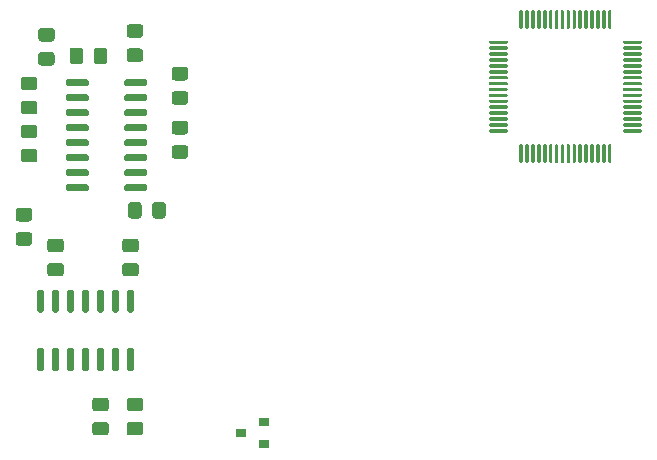
<source format=gbr>
G04 #@! TF.GenerationSoftware,KiCad,Pcbnew,5.1.6-c6e7f7d~87~ubuntu18.04.1*
G04 #@! TF.CreationDate,2020-08-09T22:57:09+01:00*
G04 #@! TF.ProjectId,ServerPSU_Breakout,53657276-6572-4505-9355-5f427265616b,B*
G04 #@! TF.SameCoordinates,Original*
G04 #@! TF.FileFunction,Paste,Bot*
G04 #@! TF.FilePolarity,Positive*
%FSLAX46Y46*%
G04 Gerber Fmt 4.6, Leading zero omitted, Abs format (unit mm)*
G04 Created by KiCad (PCBNEW 5.1.6-c6e7f7d~87~ubuntu18.04.1) date 2020-08-09 22:57:09*
%MOMM*%
%LPD*%
G01*
G04 APERTURE LIST*
%ADD10R,0.900000X0.800000*%
G04 APERTURE END LIST*
G36*
G01*
X127150000Y-93432500D02*
X126850000Y-93432500D01*
G75*
G02*
X126700000Y-93282500I0J150000D01*
G01*
X126700000Y-91632500D01*
G75*
G02*
X126850000Y-91482500I150000J0D01*
G01*
X127150000Y-91482500D01*
G75*
G02*
X127300000Y-91632500I0J-150000D01*
G01*
X127300000Y-93282500D01*
G75*
G02*
X127150000Y-93432500I-150000J0D01*
G01*
G37*
G36*
G01*
X125880000Y-93432500D02*
X125580000Y-93432500D01*
G75*
G02*
X125430000Y-93282500I0J150000D01*
G01*
X125430000Y-91632500D01*
G75*
G02*
X125580000Y-91482500I150000J0D01*
G01*
X125880000Y-91482500D01*
G75*
G02*
X126030000Y-91632500I0J-150000D01*
G01*
X126030000Y-93282500D01*
G75*
G02*
X125880000Y-93432500I-150000J0D01*
G01*
G37*
G36*
G01*
X124610000Y-93432500D02*
X124310000Y-93432500D01*
G75*
G02*
X124160000Y-93282500I0J150000D01*
G01*
X124160000Y-91632500D01*
G75*
G02*
X124310000Y-91482500I150000J0D01*
G01*
X124610000Y-91482500D01*
G75*
G02*
X124760000Y-91632500I0J-150000D01*
G01*
X124760000Y-93282500D01*
G75*
G02*
X124610000Y-93432500I-150000J0D01*
G01*
G37*
G36*
G01*
X123340000Y-93432500D02*
X123040000Y-93432500D01*
G75*
G02*
X122890000Y-93282500I0J150000D01*
G01*
X122890000Y-91632500D01*
G75*
G02*
X123040000Y-91482500I150000J0D01*
G01*
X123340000Y-91482500D01*
G75*
G02*
X123490000Y-91632500I0J-150000D01*
G01*
X123490000Y-93282500D01*
G75*
G02*
X123340000Y-93432500I-150000J0D01*
G01*
G37*
G36*
G01*
X122070000Y-93432500D02*
X121770000Y-93432500D01*
G75*
G02*
X121620000Y-93282500I0J150000D01*
G01*
X121620000Y-91632500D01*
G75*
G02*
X121770000Y-91482500I150000J0D01*
G01*
X122070000Y-91482500D01*
G75*
G02*
X122220000Y-91632500I0J-150000D01*
G01*
X122220000Y-93282500D01*
G75*
G02*
X122070000Y-93432500I-150000J0D01*
G01*
G37*
G36*
G01*
X120800000Y-93432500D02*
X120500000Y-93432500D01*
G75*
G02*
X120350000Y-93282500I0J150000D01*
G01*
X120350000Y-91632500D01*
G75*
G02*
X120500000Y-91482500I150000J0D01*
G01*
X120800000Y-91482500D01*
G75*
G02*
X120950000Y-91632500I0J-150000D01*
G01*
X120950000Y-93282500D01*
G75*
G02*
X120800000Y-93432500I-150000J0D01*
G01*
G37*
G36*
G01*
X119530000Y-93432500D02*
X119230000Y-93432500D01*
G75*
G02*
X119080000Y-93282500I0J150000D01*
G01*
X119080000Y-91632500D01*
G75*
G02*
X119230000Y-91482500I150000J0D01*
G01*
X119530000Y-91482500D01*
G75*
G02*
X119680000Y-91632500I0J-150000D01*
G01*
X119680000Y-93282500D01*
G75*
G02*
X119530000Y-93432500I-150000J0D01*
G01*
G37*
G36*
G01*
X119530000Y-98382500D02*
X119230000Y-98382500D01*
G75*
G02*
X119080000Y-98232500I0J150000D01*
G01*
X119080000Y-96582500D01*
G75*
G02*
X119230000Y-96432500I150000J0D01*
G01*
X119530000Y-96432500D01*
G75*
G02*
X119680000Y-96582500I0J-150000D01*
G01*
X119680000Y-98232500D01*
G75*
G02*
X119530000Y-98382500I-150000J0D01*
G01*
G37*
G36*
G01*
X120800000Y-98382500D02*
X120500000Y-98382500D01*
G75*
G02*
X120350000Y-98232500I0J150000D01*
G01*
X120350000Y-96582500D01*
G75*
G02*
X120500000Y-96432500I150000J0D01*
G01*
X120800000Y-96432500D01*
G75*
G02*
X120950000Y-96582500I0J-150000D01*
G01*
X120950000Y-98232500D01*
G75*
G02*
X120800000Y-98382500I-150000J0D01*
G01*
G37*
G36*
G01*
X122070000Y-98382500D02*
X121770000Y-98382500D01*
G75*
G02*
X121620000Y-98232500I0J150000D01*
G01*
X121620000Y-96582500D01*
G75*
G02*
X121770000Y-96432500I150000J0D01*
G01*
X122070000Y-96432500D01*
G75*
G02*
X122220000Y-96582500I0J-150000D01*
G01*
X122220000Y-98232500D01*
G75*
G02*
X122070000Y-98382500I-150000J0D01*
G01*
G37*
G36*
G01*
X123340000Y-98382500D02*
X123040000Y-98382500D01*
G75*
G02*
X122890000Y-98232500I0J150000D01*
G01*
X122890000Y-96582500D01*
G75*
G02*
X123040000Y-96432500I150000J0D01*
G01*
X123340000Y-96432500D01*
G75*
G02*
X123490000Y-96582500I0J-150000D01*
G01*
X123490000Y-98232500D01*
G75*
G02*
X123340000Y-98382500I-150000J0D01*
G01*
G37*
G36*
G01*
X124610000Y-98382500D02*
X124310000Y-98382500D01*
G75*
G02*
X124160000Y-98232500I0J150000D01*
G01*
X124160000Y-96582500D01*
G75*
G02*
X124310000Y-96432500I150000J0D01*
G01*
X124610000Y-96432500D01*
G75*
G02*
X124760000Y-96582500I0J-150000D01*
G01*
X124760000Y-98232500D01*
G75*
G02*
X124610000Y-98382500I-150000J0D01*
G01*
G37*
G36*
G01*
X125880000Y-98382500D02*
X125580000Y-98382500D01*
G75*
G02*
X125430000Y-98232500I0J150000D01*
G01*
X125430000Y-96582500D01*
G75*
G02*
X125580000Y-96432500I150000J0D01*
G01*
X125880000Y-96432500D01*
G75*
G02*
X126030000Y-96582500I0J-150000D01*
G01*
X126030000Y-98232500D01*
G75*
G02*
X125880000Y-98382500I-150000J0D01*
G01*
G37*
G36*
G01*
X127150000Y-98382500D02*
X126850000Y-98382500D01*
G75*
G02*
X126700000Y-98232500I0J150000D01*
G01*
X126700000Y-96582500D01*
G75*
G02*
X126850000Y-96432500I150000J0D01*
G01*
X127150000Y-96432500D01*
G75*
G02*
X127300000Y-96582500I0J-150000D01*
G01*
X127300000Y-98232500D01*
G75*
G02*
X127150000Y-98382500I-150000J0D01*
G01*
G37*
G36*
G01*
X127450001Y-88323000D02*
X126549999Y-88323000D01*
G75*
G02*
X126300000Y-88073001I0J249999D01*
G01*
X126300000Y-87422999D01*
G75*
G02*
X126549999Y-87173000I249999J0D01*
G01*
X127450001Y-87173000D01*
G75*
G02*
X127700000Y-87422999I0J-249999D01*
G01*
X127700000Y-88073001D01*
G75*
G02*
X127450001Y-88323000I-249999J0D01*
G01*
G37*
G36*
G01*
X127450001Y-90373000D02*
X126549999Y-90373000D01*
G75*
G02*
X126300000Y-90123001I0J249999D01*
G01*
X126300000Y-89472999D01*
G75*
G02*
X126549999Y-89223000I249999J0D01*
G01*
X127450001Y-89223000D01*
G75*
G02*
X127700000Y-89472999I0J-249999D01*
G01*
X127700000Y-90123001D01*
G75*
G02*
X127450001Y-90373000I-249999J0D01*
G01*
G37*
G36*
G01*
X122994000Y-71241499D02*
X122994000Y-72141501D01*
G75*
G02*
X122744001Y-72391500I-249999J0D01*
G01*
X122093999Y-72391500D01*
G75*
G02*
X121844000Y-72141501I0J249999D01*
G01*
X121844000Y-71241499D01*
G75*
G02*
X122093999Y-70991500I249999J0D01*
G01*
X122744001Y-70991500D01*
G75*
G02*
X122994000Y-71241499I0J-249999D01*
G01*
G37*
G36*
G01*
X125044000Y-71241499D02*
X125044000Y-72141501D01*
G75*
G02*
X124794001Y-72391500I-249999J0D01*
G01*
X124143999Y-72391500D01*
G75*
G02*
X123894000Y-72141501I0J249999D01*
G01*
X123894000Y-71241499D01*
G75*
G02*
X124143999Y-70991500I249999J0D01*
G01*
X124794001Y-70991500D01*
G75*
G02*
X125044000Y-71241499I0J-249999D01*
G01*
G37*
G36*
G01*
X123468000Y-73827500D02*
X123468000Y-74127500D01*
G75*
G02*
X123318000Y-74277500I-150000J0D01*
G01*
X121668000Y-74277500D01*
G75*
G02*
X121518000Y-74127500I0J150000D01*
G01*
X121518000Y-73827500D01*
G75*
G02*
X121668000Y-73677500I150000J0D01*
G01*
X123318000Y-73677500D01*
G75*
G02*
X123468000Y-73827500I0J-150000D01*
G01*
G37*
G36*
G01*
X123468000Y-75097500D02*
X123468000Y-75397500D01*
G75*
G02*
X123318000Y-75547500I-150000J0D01*
G01*
X121668000Y-75547500D01*
G75*
G02*
X121518000Y-75397500I0J150000D01*
G01*
X121518000Y-75097500D01*
G75*
G02*
X121668000Y-74947500I150000J0D01*
G01*
X123318000Y-74947500D01*
G75*
G02*
X123468000Y-75097500I0J-150000D01*
G01*
G37*
G36*
G01*
X123468000Y-76367500D02*
X123468000Y-76667500D01*
G75*
G02*
X123318000Y-76817500I-150000J0D01*
G01*
X121668000Y-76817500D01*
G75*
G02*
X121518000Y-76667500I0J150000D01*
G01*
X121518000Y-76367500D01*
G75*
G02*
X121668000Y-76217500I150000J0D01*
G01*
X123318000Y-76217500D01*
G75*
G02*
X123468000Y-76367500I0J-150000D01*
G01*
G37*
G36*
G01*
X123468000Y-77637500D02*
X123468000Y-77937500D01*
G75*
G02*
X123318000Y-78087500I-150000J0D01*
G01*
X121668000Y-78087500D01*
G75*
G02*
X121518000Y-77937500I0J150000D01*
G01*
X121518000Y-77637500D01*
G75*
G02*
X121668000Y-77487500I150000J0D01*
G01*
X123318000Y-77487500D01*
G75*
G02*
X123468000Y-77637500I0J-150000D01*
G01*
G37*
G36*
G01*
X123468000Y-78907500D02*
X123468000Y-79207500D01*
G75*
G02*
X123318000Y-79357500I-150000J0D01*
G01*
X121668000Y-79357500D01*
G75*
G02*
X121518000Y-79207500I0J150000D01*
G01*
X121518000Y-78907500D01*
G75*
G02*
X121668000Y-78757500I150000J0D01*
G01*
X123318000Y-78757500D01*
G75*
G02*
X123468000Y-78907500I0J-150000D01*
G01*
G37*
G36*
G01*
X123468000Y-80177500D02*
X123468000Y-80477500D01*
G75*
G02*
X123318000Y-80627500I-150000J0D01*
G01*
X121668000Y-80627500D01*
G75*
G02*
X121518000Y-80477500I0J150000D01*
G01*
X121518000Y-80177500D01*
G75*
G02*
X121668000Y-80027500I150000J0D01*
G01*
X123318000Y-80027500D01*
G75*
G02*
X123468000Y-80177500I0J-150000D01*
G01*
G37*
G36*
G01*
X123468000Y-81447500D02*
X123468000Y-81747500D01*
G75*
G02*
X123318000Y-81897500I-150000J0D01*
G01*
X121668000Y-81897500D01*
G75*
G02*
X121518000Y-81747500I0J150000D01*
G01*
X121518000Y-81447500D01*
G75*
G02*
X121668000Y-81297500I150000J0D01*
G01*
X123318000Y-81297500D01*
G75*
G02*
X123468000Y-81447500I0J-150000D01*
G01*
G37*
G36*
G01*
X123468000Y-82717500D02*
X123468000Y-83017500D01*
G75*
G02*
X123318000Y-83167500I-150000J0D01*
G01*
X121668000Y-83167500D01*
G75*
G02*
X121518000Y-83017500I0J150000D01*
G01*
X121518000Y-82717500D01*
G75*
G02*
X121668000Y-82567500I150000J0D01*
G01*
X123318000Y-82567500D01*
G75*
G02*
X123468000Y-82717500I0J-150000D01*
G01*
G37*
G36*
G01*
X128418000Y-82717500D02*
X128418000Y-83017500D01*
G75*
G02*
X128268000Y-83167500I-150000J0D01*
G01*
X126618000Y-83167500D01*
G75*
G02*
X126468000Y-83017500I0J150000D01*
G01*
X126468000Y-82717500D01*
G75*
G02*
X126618000Y-82567500I150000J0D01*
G01*
X128268000Y-82567500D01*
G75*
G02*
X128418000Y-82717500I0J-150000D01*
G01*
G37*
G36*
G01*
X128418000Y-81447500D02*
X128418000Y-81747500D01*
G75*
G02*
X128268000Y-81897500I-150000J0D01*
G01*
X126618000Y-81897500D01*
G75*
G02*
X126468000Y-81747500I0J150000D01*
G01*
X126468000Y-81447500D01*
G75*
G02*
X126618000Y-81297500I150000J0D01*
G01*
X128268000Y-81297500D01*
G75*
G02*
X128418000Y-81447500I0J-150000D01*
G01*
G37*
G36*
G01*
X128418000Y-80177500D02*
X128418000Y-80477500D01*
G75*
G02*
X128268000Y-80627500I-150000J0D01*
G01*
X126618000Y-80627500D01*
G75*
G02*
X126468000Y-80477500I0J150000D01*
G01*
X126468000Y-80177500D01*
G75*
G02*
X126618000Y-80027500I150000J0D01*
G01*
X128268000Y-80027500D01*
G75*
G02*
X128418000Y-80177500I0J-150000D01*
G01*
G37*
G36*
G01*
X128418000Y-78907500D02*
X128418000Y-79207500D01*
G75*
G02*
X128268000Y-79357500I-150000J0D01*
G01*
X126618000Y-79357500D01*
G75*
G02*
X126468000Y-79207500I0J150000D01*
G01*
X126468000Y-78907500D01*
G75*
G02*
X126618000Y-78757500I150000J0D01*
G01*
X128268000Y-78757500D01*
G75*
G02*
X128418000Y-78907500I0J-150000D01*
G01*
G37*
G36*
G01*
X128418000Y-77637500D02*
X128418000Y-77937500D01*
G75*
G02*
X128268000Y-78087500I-150000J0D01*
G01*
X126618000Y-78087500D01*
G75*
G02*
X126468000Y-77937500I0J150000D01*
G01*
X126468000Y-77637500D01*
G75*
G02*
X126618000Y-77487500I150000J0D01*
G01*
X128268000Y-77487500D01*
G75*
G02*
X128418000Y-77637500I0J-150000D01*
G01*
G37*
G36*
G01*
X128418000Y-76367500D02*
X128418000Y-76667500D01*
G75*
G02*
X128268000Y-76817500I-150000J0D01*
G01*
X126618000Y-76817500D01*
G75*
G02*
X126468000Y-76667500I0J150000D01*
G01*
X126468000Y-76367500D01*
G75*
G02*
X126618000Y-76217500I150000J0D01*
G01*
X128268000Y-76217500D01*
G75*
G02*
X128418000Y-76367500I0J-150000D01*
G01*
G37*
G36*
G01*
X128418000Y-75097500D02*
X128418000Y-75397500D01*
G75*
G02*
X128268000Y-75547500I-150000J0D01*
G01*
X126618000Y-75547500D01*
G75*
G02*
X126468000Y-75397500I0J150000D01*
G01*
X126468000Y-75097500D01*
G75*
G02*
X126618000Y-74947500I150000J0D01*
G01*
X128268000Y-74947500D01*
G75*
G02*
X128418000Y-75097500I0J-150000D01*
G01*
G37*
G36*
G01*
X128418000Y-73827500D02*
X128418000Y-74127500D01*
G75*
G02*
X128268000Y-74277500I-150000J0D01*
G01*
X126618000Y-74277500D01*
G75*
G02*
X126468000Y-74127500I0J150000D01*
G01*
X126468000Y-73827500D01*
G75*
G02*
X126618000Y-73677500I150000J0D01*
G01*
X128268000Y-73677500D01*
G75*
G02*
X128418000Y-73827500I0J-150000D01*
G01*
G37*
G36*
G01*
X130740999Y-79253500D02*
X131641001Y-79253500D01*
G75*
G02*
X131891000Y-79503499I0J-249999D01*
G01*
X131891000Y-80153501D01*
G75*
G02*
X131641001Y-80403500I-249999J0D01*
G01*
X130740999Y-80403500D01*
G75*
G02*
X130491000Y-80153501I0J249999D01*
G01*
X130491000Y-79503499D01*
G75*
G02*
X130740999Y-79253500I249999J0D01*
G01*
G37*
G36*
G01*
X130740999Y-77203500D02*
X131641001Y-77203500D01*
G75*
G02*
X131891000Y-77453499I0J-249999D01*
G01*
X131891000Y-78103501D01*
G75*
G02*
X131641001Y-78353500I-249999J0D01*
G01*
X130740999Y-78353500D01*
G75*
G02*
X130491000Y-78103501I0J249999D01*
G01*
X130491000Y-77453499D01*
G75*
G02*
X130740999Y-77203500I249999J0D01*
G01*
G37*
G36*
G01*
X131641001Y-73781500D02*
X130740999Y-73781500D01*
G75*
G02*
X130491000Y-73531501I0J249999D01*
G01*
X130491000Y-72881499D01*
G75*
G02*
X130740999Y-72631500I249999J0D01*
G01*
X131641001Y-72631500D01*
G75*
G02*
X131891000Y-72881499I0J-249999D01*
G01*
X131891000Y-73531501D01*
G75*
G02*
X131641001Y-73781500I-249999J0D01*
G01*
G37*
G36*
G01*
X131641001Y-75831500D02*
X130740999Y-75831500D01*
G75*
G02*
X130491000Y-75581501I0J249999D01*
G01*
X130491000Y-74931499D01*
G75*
G02*
X130740999Y-74681500I249999J0D01*
G01*
X131641001Y-74681500D01*
G75*
G02*
X131891000Y-74931499I0J-249999D01*
G01*
X131891000Y-75581501D01*
G75*
G02*
X131641001Y-75831500I-249999J0D01*
G01*
G37*
G36*
G01*
X127947000Y-84322499D02*
X127947000Y-85222501D01*
G75*
G02*
X127697001Y-85472500I-249999J0D01*
G01*
X127046999Y-85472500D01*
G75*
G02*
X126797000Y-85222501I0J249999D01*
G01*
X126797000Y-84322499D01*
G75*
G02*
X127046999Y-84072500I249999J0D01*
G01*
X127697001Y-84072500D01*
G75*
G02*
X127947000Y-84322499I0J-249999D01*
G01*
G37*
G36*
G01*
X129997000Y-84322499D02*
X129997000Y-85222501D01*
G75*
G02*
X129747001Y-85472500I-249999J0D01*
G01*
X129096999Y-85472500D01*
G75*
G02*
X128847000Y-85222501I0J249999D01*
G01*
X128847000Y-84322499D01*
G75*
G02*
X129096999Y-84072500I249999J0D01*
G01*
X129747001Y-84072500D01*
G75*
G02*
X129997000Y-84322499I0J-249999D01*
G01*
G37*
G36*
G01*
X127831001Y-70162000D02*
X126930999Y-70162000D01*
G75*
G02*
X126681000Y-69912001I0J249999D01*
G01*
X126681000Y-69261999D01*
G75*
G02*
X126930999Y-69012000I249999J0D01*
G01*
X127831001Y-69012000D01*
G75*
G02*
X128081000Y-69261999I0J-249999D01*
G01*
X128081000Y-69912001D01*
G75*
G02*
X127831001Y-70162000I-249999J0D01*
G01*
G37*
G36*
G01*
X127831001Y-72212000D02*
X126930999Y-72212000D01*
G75*
G02*
X126681000Y-71962001I0J249999D01*
G01*
X126681000Y-71311999D01*
G75*
G02*
X126930999Y-71062000I249999J0D01*
G01*
X127831001Y-71062000D01*
G75*
G02*
X128081000Y-71311999I0J-249999D01*
G01*
X128081000Y-71962001D01*
G75*
G02*
X127831001Y-72212000I-249999J0D01*
G01*
G37*
G36*
G01*
X117532999Y-86619500D02*
X118433001Y-86619500D01*
G75*
G02*
X118683000Y-86869499I0J-249999D01*
G01*
X118683000Y-87519501D01*
G75*
G02*
X118433001Y-87769500I-249999J0D01*
G01*
X117532999Y-87769500D01*
G75*
G02*
X117283000Y-87519501I0J249999D01*
G01*
X117283000Y-86869499D01*
G75*
G02*
X117532999Y-86619500I249999J0D01*
G01*
G37*
G36*
G01*
X117532999Y-84569500D02*
X118433001Y-84569500D01*
G75*
G02*
X118683000Y-84819499I0J-249999D01*
G01*
X118683000Y-85469501D01*
G75*
G02*
X118433001Y-85719500I-249999J0D01*
G01*
X117532999Y-85719500D01*
G75*
G02*
X117283000Y-85469501I0J249999D01*
G01*
X117283000Y-84819499D01*
G75*
G02*
X117532999Y-84569500I249999J0D01*
G01*
G37*
G36*
G01*
X120338001Y-70479500D02*
X119437999Y-70479500D01*
G75*
G02*
X119188000Y-70229501I0J249999D01*
G01*
X119188000Y-69579499D01*
G75*
G02*
X119437999Y-69329500I249999J0D01*
G01*
X120338001Y-69329500D01*
G75*
G02*
X120588000Y-69579499I0J-249999D01*
G01*
X120588000Y-70229501D01*
G75*
G02*
X120338001Y-70479500I-249999J0D01*
G01*
G37*
G36*
G01*
X120338001Y-72529500D02*
X119437999Y-72529500D01*
G75*
G02*
X119188000Y-72279501I0J249999D01*
G01*
X119188000Y-71629499D01*
G75*
G02*
X119437999Y-71379500I249999J0D01*
G01*
X120338001Y-71379500D01*
G75*
G02*
X120588000Y-71629499I0J-249999D01*
G01*
X120588000Y-72279501D01*
G75*
G02*
X120338001Y-72529500I-249999J0D01*
G01*
G37*
G36*
G01*
X118877501Y-74607000D02*
X117977499Y-74607000D01*
G75*
G02*
X117727500Y-74357001I0J249999D01*
G01*
X117727500Y-73706999D01*
G75*
G02*
X117977499Y-73457000I249999J0D01*
G01*
X118877501Y-73457000D01*
G75*
G02*
X119127500Y-73706999I0J-249999D01*
G01*
X119127500Y-74357001D01*
G75*
G02*
X118877501Y-74607000I-249999J0D01*
G01*
G37*
G36*
G01*
X118877501Y-76657000D02*
X117977499Y-76657000D01*
G75*
G02*
X117727500Y-76407001I0J249999D01*
G01*
X117727500Y-75756999D01*
G75*
G02*
X117977499Y-75507000I249999J0D01*
G01*
X118877501Y-75507000D01*
G75*
G02*
X119127500Y-75756999I0J-249999D01*
G01*
X119127500Y-76407001D01*
G75*
G02*
X118877501Y-76657000I-249999J0D01*
G01*
G37*
G36*
G01*
X117977499Y-79571000D02*
X118877501Y-79571000D01*
G75*
G02*
X119127500Y-79820999I0J-249999D01*
G01*
X119127500Y-80471001D01*
G75*
G02*
X118877501Y-80721000I-249999J0D01*
G01*
X117977499Y-80721000D01*
G75*
G02*
X117727500Y-80471001I0J249999D01*
G01*
X117727500Y-79820999D01*
G75*
G02*
X117977499Y-79571000I249999J0D01*
G01*
G37*
G36*
G01*
X117977499Y-77521000D02*
X118877501Y-77521000D01*
G75*
G02*
X119127500Y-77770999I0J-249999D01*
G01*
X119127500Y-78421001D01*
G75*
G02*
X118877501Y-78671000I-249999J0D01*
G01*
X117977499Y-78671000D01*
G75*
G02*
X117727500Y-78421001I0J249999D01*
G01*
X117727500Y-77770999D01*
G75*
G02*
X117977499Y-77521000I249999J0D01*
G01*
G37*
G36*
G01*
X120199999Y-89223000D02*
X121100001Y-89223000D01*
G75*
G02*
X121350000Y-89472999I0J-249999D01*
G01*
X121350000Y-90123001D01*
G75*
G02*
X121100001Y-90373000I-249999J0D01*
G01*
X120199999Y-90373000D01*
G75*
G02*
X119950000Y-90123001I0J249999D01*
G01*
X119950000Y-89472999D01*
G75*
G02*
X120199999Y-89223000I249999J0D01*
G01*
G37*
G36*
G01*
X120199999Y-87173000D02*
X121100001Y-87173000D01*
G75*
G02*
X121350000Y-87422999I0J-249999D01*
G01*
X121350000Y-88073001D01*
G75*
G02*
X121100001Y-88323000I-249999J0D01*
G01*
X120199999Y-88323000D01*
G75*
G02*
X119950000Y-88073001I0J249999D01*
G01*
X119950000Y-87422999D01*
G75*
G02*
X120199999Y-87173000I249999J0D01*
G01*
G37*
G36*
G01*
X124910001Y-101785000D02*
X124009999Y-101785000D01*
G75*
G02*
X123760000Y-101535001I0J249999D01*
G01*
X123760000Y-100884999D01*
G75*
G02*
X124009999Y-100635000I249999J0D01*
G01*
X124910001Y-100635000D01*
G75*
G02*
X125160000Y-100884999I0J-249999D01*
G01*
X125160000Y-101535001D01*
G75*
G02*
X124910001Y-101785000I-249999J0D01*
G01*
G37*
G36*
G01*
X124910001Y-103835000D02*
X124009999Y-103835000D01*
G75*
G02*
X123760000Y-103585001I0J249999D01*
G01*
X123760000Y-102934999D01*
G75*
G02*
X124009999Y-102685000I249999J0D01*
G01*
X124910001Y-102685000D01*
G75*
G02*
X125160000Y-102934999I0J-249999D01*
G01*
X125160000Y-103585001D01*
G75*
G02*
X124910001Y-103835000I-249999J0D01*
G01*
G37*
G36*
G01*
X127831001Y-101785000D02*
X126930999Y-101785000D01*
G75*
G02*
X126681000Y-101535001I0J249999D01*
G01*
X126681000Y-100884999D01*
G75*
G02*
X126930999Y-100635000I249999J0D01*
G01*
X127831001Y-100635000D01*
G75*
G02*
X128081000Y-100884999I0J-249999D01*
G01*
X128081000Y-101535001D01*
G75*
G02*
X127831001Y-101785000I-249999J0D01*
G01*
G37*
G36*
G01*
X127831001Y-103835000D02*
X126930999Y-103835000D01*
G75*
G02*
X126681000Y-103585001I0J249999D01*
G01*
X126681000Y-102934999D01*
G75*
G02*
X126930999Y-102685000I249999J0D01*
G01*
X127831001Y-102685000D01*
G75*
G02*
X128081000Y-102934999I0J-249999D01*
G01*
X128081000Y-103585001D01*
G75*
G02*
X127831001Y-103835000I-249999J0D01*
G01*
G37*
G36*
G01*
X157455000Y-70395000D02*
X158855000Y-70395000D01*
G75*
G02*
X158930000Y-70470000I0J-75000D01*
G01*
X158930000Y-70620000D01*
G75*
G02*
X158855000Y-70695000I-75000J0D01*
G01*
X157455000Y-70695000D01*
G75*
G02*
X157380000Y-70620000I0J75000D01*
G01*
X157380000Y-70470000D01*
G75*
G02*
X157455000Y-70395000I75000J0D01*
G01*
G37*
G36*
G01*
X157455000Y-70895000D02*
X158855000Y-70895000D01*
G75*
G02*
X158930000Y-70970000I0J-75000D01*
G01*
X158930000Y-71120000D01*
G75*
G02*
X158855000Y-71195000I-75000J0D01*
G01*
X157455000Y-71195000D01*
G75*
G02*
X157380000Y-71120000I0J75000D01*
G01*
X157380000Y-70970000D01*
G75*
G02*
X157455000Y-70895000I75000J0D01*
G01*
G37*
G36*
G01*
X157455000Y-71395000D02*
X158855000Y-71395000D01*
G75*
G02*
X158930000Y-71470000I0J-75000D01*
G01*
X158930000Y-71620000D01*
G75*
G02*
X158855000Y-71695000I-75000J0D01*
G01*
X157455000Y-71695000D01*
G75*
G02*
X157380000Y-71620000I0J75000D01*
G01*
X157380000Y-71470000D01*
G75*
G02*
X157455000Y-71395000I75000J0D01*
G01*
G37*
G36*
G01*
X157455000Y-71895000D02*
X158855000Y-71895000D01*
G75*
G02*
X158930000Y-71970000I0J-75000D01*
G01*
X158930000Y-72120000D01*
G75*
G02*
X158855000Y-72195000I-75000J0D01*
G01*
X157455000Y-72195000D01*
G75*
G02*
X157380000Y-72120000I0J75000D01*
G01*
X157380000Y-71970000D01*
G75*
G02*
X157455000Y-71895000I75000J0D01*
G01*
G37*
G36*
G01*
X157455000Y-72395000D02*
X158855000Y-72395000D01*
G75*
G02*
X158930000Y-72470000I0J-75000D01*
G01*
X158930000Y-72620000D01*
G75*
G02*
X158855000Y-72695000I-75000J0D01*
G01*
X157455000Y-72695000D01*
G75*
G02*
X157380000Y-72620000I0J75000D01*
G01*
X157380000Y-72470000D01*
G75*
G02*
X157455000Y-72395000I75000J0D01*
G01*
G37*
G36*
G01*
X157455000Y-72895000D02*
X158855000Y-72895000D01*
G75*
G02*
X158930000Y-72970000I0J-75000D01*
G01*
X158930000Y-73120000D01*
G75*
G02*
X158855000Y-73195000I-75000J0D01*
G01*
X157455000Y-73195000D01*
G75*
G02*
X157380000Y-73120000I0J75000D01*
G01*
X157380000Y-72970000D01*
G75*
G02*
X157455000Y-72895000I75000J0D01*
G01*
G37*
G36*
G01*
X157455000Y-73395000D02*
X158855000Y-73395000D01*
G75*
G02*
X158930000Y-73470000I0J-75000D01*
G01*
X158930000Y-73620000D01*
G75*
G02*
X158855000Y-73695000I-75000J0D01*
G01*
X157455000Y-73695000D01*
G75*
G02*
X157380000Y-73620000I0J75000D01*
G01*
X157380000Y-73470000D01*
G75*
G02*
X157455000Y-73395000I75000J0D01*
G01*
G37*
G36*
G01*
X157455000Y-73895000D02*
X158855000Y-73895000D01*
G75*
G02*
X158930000Y-73970000I0J-75000D01*
G01*
X158930000Y-74120000D01*
G75*
G02*
X158855000Y-74195000I-75000J0D01*
G01*
X157455000Y-74195000D01*
G75*
G02*
X157380000Y-74120000I0J75000D01*
G01*
X157380000Y-73970000D01*
G75*
G02*
X157455000Y-73895000I75000J0D01*
G01*
G37*
G36*
G01*
X157455000Y-74395000D02*
X158855000Y-74395000D01*
G75*
G02*
X158930000Y-74470000I0J-75000D01*
G01*
X158930000Y-74620000D01*
G75*
G02*
X158855000Y-74695000I-75000J0D01*
G01*
X157455000Y-74695000D01*
G75*
G02*
X157380000Y-74620000I0J75000D01*
G01*
X157380000Y-74470000D01*
G75*
G02*
X157455000Y-74395000I75000J0D01*
G01*
G37*
G36*
G01*
X157455000Y-74895000D02*
X158855000Y-74895000D01*
G75*
G02*
X158930000Y-74970000I0J-75000D01*
G01*
X158930000Y-75120000D01*
G75*
G02*
X158855000Y-75195000I-75000J0D01*
G01*
X157455000Y-75195000D01*
G75*
G02*
X157380000Y-75120000I0J75000D01*
G01*
X157380000Y-74970000D01*
G75*
G02*
X157455000Y-74895000I75000J0D01*
G01*
G37*
G36*
G01*
X157455000Y-75395000D02*
X158855000Y-75395000D01*
G75*
G02*
X158930000Y-75470000I0J-75000D01*
G01*
X158930000Y-75620000D01*
G75*
G02*
X158855000Y-75695000I-75000J0D01*
G01*
X157455000Y-75695000D01*
G75*
G02*
X157380000Y-75620000I0J75000D01*
G01*
X157380000Y-75470000D01*
G75*
G02*
X157455000Y-75395000I75000J0D01*
G01*
G37*
G36*
G01*
X157455000Y-75895000D02*
X158855000Y-75895000D01*
G75*
G02*
X158930000Y-75970000I0J-75000D01*
G01*
X158930000Y-76120000D01*
G75*
G02*
X158855000Y-76195000I-75000J0D01*
G01*
X157455000Y-76195000D01*
G75*
G02*
X157380000Y-76120000I0J75000D01*
G01*
X157380000Y-75970000D01*
G75*
G02*
X157455000Y-75895000I75000J0D01*
G01*
G37*
G36*
G01*
X157455000Y-76395000D02*
X158855000Y-76395000D01*
G75*
G02*
X158930000Y-76470000I0J-75000D01*
G01*
X158930000Y-76620000D01*
G75*
G02*
X158855000Y-76695000I-75000J0D01*
G01*
X157455000Y-76695000D01*
G75*
G02*
X157380000Y-76620000I0J75000D01*
G01*
X157380000Y-76470000D01*
G75*
G02*
X157455000Y-76395000I75000J0D01*
G01*
G37*
G36*
G01*
X157455000Y-76895000D02*
X158855000Y-76895000D01*
G75*
G02*
X158930000Y-76970000I0J-75000D01*
G01*
X158930000Y-77120000D01*
G75*
G02*
X158855000Y-77195000I-75000J0D01*
G01*
X157455000Y-77195000D01*
G75*
G02*
X157380000Y-77120000I0J75000D01*
G01*
X157380000Y-76970000D01*
G75*
G02*
X157455000Y-76895000I75000J0D01*
G01*
G37*
G36*
G01*
X157455000Y-77395000D02*
X158855000Y-77395000D01*
G75*
G02*
X158930000Y-77470000I0J-75000D01*
G01*
X158930000Y-77620000D01*
G75*
G02*
X158855000Y-77695000I-75000J0D01*
G01*
X157455000Y-77695000D01*
G75*
G02*
X157380000Y-77620000I0J75000D01*
G01*
X157380000Y-77470000D01*
G75*
G02*
X157455000Y-77395000I75000J0D01*
G01*
G37*
G36*
G01*
X157455000Y-77895000D02*
X158855000Y-77895000D01*
G75*
G02*
X158930000Y-77970000I0J-75000D01*
G01*
X158930000Y-78120000D01*
G75*
G02*
X158855000Y-78195000I-75000J0D01*
G01*
X157455000Y-78195000D01*
G75*
G02*
X157380000Y-78120000I0J75000D01*
G01*
X157380000Y-77970000D01*
G75*
G02*
X157455000Y-77895000I75000J0D01*
G01*
G37*
G36*
G01*
X160005000Y-79195000D02*
X160155000Y-79195000D01*
G75*
G02*
X160230000Y-79270000I0J-75000D01*
G01*
X160230000Y-80670000D01*
G75*
G02*
X160155000Y-80745000I-75000J0D01*
G01*
X160005000Y-80745000D01*
G75*
G02*
X159930000Y-80670000I0J75000D01*
G01*
X159930000Y-79270000D01*
G75*
G02*
X160005000Y-79195000I75000J0D01*
G01*
G37*
G36*
G01*
X160505000Y-79195000D02*
X160655000Y-79195000D01*
G75*
G02*
X160730000Y-79270000I0J-75000D01*
G01*
X160730000Y-80670000D01*
G75*
G02*
X160655000Y-80745000I-75000J0D01*
G01*
X160505000Y-80745000D01*
G75*
G02*
X160430000Y-80670000I0J75000D01*
G01*
X160430000Y-79270000D01*
G75*
G02*
X160505000Y-79195000I75000J0D01*
G01*
G37*
G36*
G01*
X161005000Y-79195000D02*
X161155000Y-79195000D01*
G75*
G02*
X161230000Y-79270000I0J-75000D01*
G01*
X161230000Y-80670000D01*
G75*
G02*
X161155000Y-80745000I-75000J0D01*
G01*
X161005000Y-80745000D01*
G75*
G02*
X160930000Y-80670000I0J75000D01*
G01*
X160930000Y-79270000D01*
G75*
G02*
X161005000Y-79195000I75000J0D01*
G01*
G37*
G36*
G01*
X161505000Y-79195000D02*
X161655000Y-79195000D01*
G75*
G02*
X161730000Y-79270000I0J-75000D01*
G01*
X161730000Y-80670000D01*
G75*
G02*
X161655000Y-80745000I-75000J0D01*
G01*
X161505000Y-80745000D01*
G75*
G02*
X161430000Y-80670000I0J75000D01*
G01*
X161430000Y-79270000D01*
G75*
G02*
X161505000Y-79195000I75000J0D01*
G01*
G37*
G36*
G01*
X162005000Y-79195000D02*
X162155000Y-79195000D01*
G75*
G02*
X162230000Y-79270000I0J-75000D01*
G01*
X162230000Y-80670000D01*
G75*
G02*
X162155000Y-80745000I-75000J0D01*
G01*
X162005000Y-80745000D01*
G75*
G02*
X161930000Y-80670000I0J75000D01*
G01*
X161930000Y-79270000D01*
G75*
G02*
X162005000Y-79195000I75000J0D01*
G01*
G37*
G36*
G01*
X162505000Y-79195000D02*
X162655000Y-79195000D01*
G75*
G02*
X162730000Y-79270000I0J-75000D01*
G01*
X162730000Y-80670000D01*
G75*
G02*
X162655000Y-80745000I-75000J0D01*
G01*
X162505000Y-80745000D01*
G75*
G02*
X162430000Y-80670000I0J75000D01*
G01*
X162430000Y-79270000D01*
G75*
G02*
X162505000Y-79195000I75000J0D01*
G01*
G37*
G36*
G01*
X163005000Y-79195000D02*
X163155000Y-79195000D01*
G75*
G02*
X163230000Y-79270000I0J-75000D01*
G01*
X163230000Y-80670000D01*
G75*
G02*
X163155000Y-80745000I-75000J0D01*
G01*
X163005000Y-80745000D01*
G75*
G02*
X162930000Y-80670000I0J75000D01*
G01*
X162930000Y-79270000D01*
G75*
G02*
X163005000Y-79195000I75000J0D01*
G01*
G37*
G36*
G01*
X163505000Y-79195000D02*
X163655000Y-79195000D01*
G75*
G02*
X163730000Y-79270000I0J-75000D01*
G01*
X163730000Y-80670000D01*
G75*
G02*
X163655000Y-80745000I-75000J0D01*
G01*
X163505000Y-80745000D01*
G75*
G02*
X163430000Y-80670000I0J75000D01*
G01*
X163430000Y-79270000D01*
G75*
G02*
X163505000Y-79195000I75000J0D01*
G01*
G37*
G36*
G01*
X164005000Y-79195000D02*
X164155000Y-79195000D01*
G75*
G02*
X164230000Y-79270000I0J-75000D01*
G01*
X164230000Y-80670000D01*
G75*
G02*
X164155000Y-80745000I-75000J0D01*
G01*
X164005000Y-80745000D01*
G75*
G02*
X163930000Y-80670000I0J75000D01*
G01*
X163930000Y-79270000D01*
G75*
G02*
X164005000Y-79195000I75000J0D01*
G01*
G37*
G36*
G01*
X164505000Y-79195000D02*
X164655000Y-79195000D01*
G75*
G02*
X164730000Y-79270000I0J-75000D01*
G01*
X164730000Y-80670000D01*
G75*
G02*
X164655000Y-80745000I-75000J0D01*
G01*
X164505000Y-80745000D01*
G75*
G02*
X164430000Y-80670000I0J75000D01*
G01*
X164430000Y-79270000D01*
G75*
G02*
X164505000Y-79195000I75000J0D01*
G01*
G37*
G36*
G01*
X165005000Y-79195000D02*
X165155000Y-79195000D01*
G75*
G02*
X165230000Y-79270000I0J-75000D01*
G01*
X165230000Y-80670000D01*
G75*
G02*
X165155000Y-80745000I-75000J0D01*
G01*
X165005000Y-80745000D01*
G75*
G02*
X164930000Y-80670000I0J75000D01*
G01*
X164930000Y-79270000D01*
G75*
G02*
X165005000Y-79195000I75000J0D01*
G01*
G37*
G36*
G01*
X165505000Y-79195000D02*
X165655000Y-79195000D01*
G75*
G02*
X165730000Y-79270000I0J-75000D01*
G01*
X165730000Y-80670000D01*
G75*
G02*
X165655000Y-80745000I-75000J0D01*
G01*
X165505000Y-80745000D01*
G75*
G02*
X165430000Y-80670000I0J75000D01*
G01*
X165430000Y-79270000D01*
G75*
G02*
X165505000Y-79195000I75000J0D01*
G01*
G37*
G36*
G01*
X166005000Y-79195000D02*
X166155000Y-79195000D01*
G75*
G02*
X166230000Y-79270000I0J-75000D01*
G01*
X166230000Y-80670000D01*
G75*
G02*
X166155000Y-80745000I-75000J0D01*
G01*
X166005000Y-80745000D01*
G75*
G02*
X165930000Y-80670000I0J75000D01*
G01*
X165930000Y-79270000D01*
G75*
G02*
X166005000Y-79195000I75000J0D01*
G01*
G37*
G36*
G01*
X166505000Y-79195000D02*
X166655000Y-79195000D01*
G75*
G02*
X166730000Y-79270000I0J-75000D01*
G01*
X166730000Y-80670000D01*
G75*
G02*
X166655000Y-80745000I-75000J0D01*
G01*
X166505000Y-80745000D01*
G75*
G02*
X166430000Y-80670000I0J75000D01*
G01*
X166430000Y-79270000D01*
G75*
G02*
X166505000Y-79195000I75000J0D01*
G01*
G37*
G36*
G01*
X167005000Y-79195000D02*
X167155000Y-79195000D01*
G75*
G02*
X167230000Y-79270000I0J-75000D01*
G01*
X167230000Y-80670000D01*
G75*
G02*
X167155000Y-80745000I-75000J0D01*
G01*
X167005000Y-80745000D01*
G75*
G02*
X166930000Y-80670000I0J75000D01*
G01*
X166930000Y-79270000D01*
G75*
G02*
X167005000Y-79195000I75000J0D01*
G01*
G37*
G36*
G01*
X167505000Y-79195000D02*
X167655000Y-79195000D01*
G75*
G02*
X167730000Y-79270000I0J-75000D01*
G01*
X167730000Y-80670000D01*
G75*
G02*
X167655000Y-80745000I-75000J0D01*
G01*
X167505000Y-80745000D01*
G75*
G02*
X167430000Y-80670000I0J75000D01*
G01*
X167430000Y-79270000D01*
G75*
G02*
X167505000Y-79195000I75000J0D01*
G01*
G37*
G36*
G01*
X168805000Y-77895000D02*
X170205000Y-77895000D01*
G75*
G02*
X170280000Y-77970000I0J-75000D01*
G01*
X170280000Y-78120000D01*
G75*
G02*
X170205000Y-78195000I-75000J0D01*
G01*
X168805000Y-78195000D01*
G75*
G02*
X168730000Y-78120000I0J75000D01*
G01*
X168730000Y-77970000D01*
G75*
G02*
X168805000Y-77895000I75000J0D01*
G01*
G37*
G36*
G01*
X168805000Y-77395000D02*
X170205000Y-77395000D01*
G75*
G02*
X170280000Y-77470000I0J-75000D01*
G01*
X170280000Y-77620000D01*
G75*
G02*
X170205000Y-77695000I-75000J0D01*
G01*
X168805000Y-77695000D01*
G75*
G02*
X168730000Y-77620000I0J75000D01*
G01*
X168730000Y-77470000D01*
G75*
G02*
X168805000Y-77395000I75000J0D01*
G01*
G37*
G36*
G01*
X168805000Y-76895000D02*
X170205000Y-76895000D01*
G75*
G02*
X170280000Y-76970000I0J-75000D01*
G01*
X170280000Y-77120000D01*
G75*
G02*
X170205000Y-77195000I-75000J0D01*
G01*
X168805000Y-77195000D01*
G75*
G02*
X168730000Y-77120000I0J75000D01*
G01*
X168730000Y-76970000D01*
G75*
G02*
X168805000Y-76895000I75000J0D01*
G01*
G37*
G36*
G01*
X168805000Y-76395000D02*
X170205000Y-76395000D01*
G75*
G02*
X170280000Y-76470000I0J-75000D01*
G01*
X170280000Y-76620000D01*
G75*
G02*
X170205000Y-76695000I-75000J0D01*
G01*
X168805000Y-76695000D01*
G75*
G02*
X168730000Y-76620000I0J75000D01*
G01*
X168730000Y-76470000D01*
G75*
G02*
X168805000Y-76395000I75000J0D01*
G01*
G37*
G36*
G01*
X168805000Y-75895000D02*
X170205000Y-75895000D01*
G75*
G02*
X170280000Y-75970000I0J-75000D01*
G01*
X170280000Y-76120000D01*
G75*
G02*
X170205000Y-76195000I-75000J0D01*
G01*
X168805000Y-76195000D01*
G75*
G02*
X168730000Y-76120000I0J75000D01*
G01*
X168730000Y-75970000D01*
G75*
G02*
X168805000Y-75895000I75000J0D01*
G01*
G37*
G36*
G01*
X168805000Y-75395000D02*
X170205000Y-75395000D01*
G75*
G02*
X170280000Y-75470000I0J-75000D01*
G01*
X170280000Y-75620000D01*
G75*
G02*
X170205000Y-75695000I-75000J0D01*
G01*
X168805000Y-75695000D01*
G75*
G02*
X168730000Y-75620000I0J75000D01*
G01*
X168730000Y-75470000D01*
G75*
G02*
X168805000Y-75395000I75000J0D01*
G01*
G37*
G36*
G01*
X168805000Y-74895000D02*
X170205000Y-74895000D01*
G75*
G02*
X170280000Y-74970000I0J-75000D01*
G01*
X170280000Y-75120000D01*
G75*
G02*
X170205000Y-75195000I-75000J0D01*
G01*
X168805000Y-75195000D01*
G75*
G02*
X168730000Y-75120000I0J75000D01*
G01*
X168730000Y-74970000D01*
G75*
G02*
X168805000Y-74895000I75000J0D01*
G01*
G37*
G36*
G01*
X168805000Y-74395000D02*
X170205000Y-74395000D01*
G75*
G02*
X170280000Y-74470000I0J-75000D01*
G01*
X170280000Y-74620000D01*
G75*
G02*
X170205000Y-74695000I-75000J0D01*
G01*
X168805000Y-74695000D01*
G75*
G02*
X168730000Y-74620000I0J75000D01*
G01*
X168730000Y-74470000D01*
G75*
G02*
X168805000Y-74395000I75000J0D01*
G01*
G37*
G36*
G01*
X168805000Y-73895000D02*
X170205000Y-73895000D01*
G75*
G02*
X170280000Y-73970000I0J-75000D01*
G01*
X170280000Y-74120000D01*
G75*
G02*
X170205000Y-74195000I-75000J0D01*
G01*
X168805000Y-74195000D01*
G75*
G02*
X168730000Y-74120000I0J75000D01*
G01*
X168730000Y-73970000D01*
G75*
G02*
X168805000Y-73895000I75000J0D01*
G01*
G37*
G36*
G01*
X168805000Y-73395000D02*
X170205000Y-73395000D01*
G75*
G02*
X170280000Y-73470000I0J-75000D01*
G01*
X170280000Y-73620000D01*
G75*
G02*
X170205000Y-73695000I-75000J0D01*
G01*
X168805000Y-73695000D01*
G75*
G02*
X168730000Y-73620000I0J75000D01*
G01*
X168730000Y-73470000D01*
G75*
G02*
X168805000Y-73395000I75000J0D01*
G01*
G37*
G36*
G01*
X168805000Y-72895000D02*
X170205000Y-72895000D01*
G75*
G02*
X170280000Y-72970000I0J-75000D01*
G01*
X170280000Y-73120000D01*
G75*
G02*
X170205000Y-73195000I-75000J0D01*
G01*
X168805000Y-73195000D01*
G75*
G02*
X168730000Y-73120000I0J75000D01*
G01*
X168730000Y-72970000D01*
G75*
G02*
X168805000Y-72895000I75000J0D01*
G01*
G37*
G36*
G01*
X168805000Y-72395000D02*
X170205000Y-72395000D01*
G75*
G02*
X170280000Y-72470000I0J-75000D01*
G01*
X170280000Y-72620000D01*
G75*
G02*
X170205000Y-72695000I-75000J0D01*
G01*
X168805000Y-72695000D01*
G75*
G02*
X168730000Y-72620000I0J75000D01*
G01*
X168730000Y-72470000D01*
G75*
G02*
X168805000Y-72395000I75000J0D01*
G01*
G37*
G36*
G01*
X168805000Y-71895000D02*
X170205000Y-71895000D01*
G75*
G02*
X170280000Y-71970000I0J-75000D01*
G01*
X170280000Y-72120000D01*
G75*
G02*
X170205000Y-72195000I-75000J0D01*
G01*
X168805000Y-72195000D01*
G75*
G02*
X168730000Y-72120000I0J75000D01*
G01*
X168730000Y-71970000D01*
G75*
G02*
X168805000Y-71895000I75000J0D01*
G01*
G37*
G36*
G01*
X168805000Y-71395000D02*
X170205000Y-71395000D01*
G75*
G02*
X170280000Y-71470000I0J-75000D01*
G01*
X170280000Y-71620000D01*
G75*
G02*
X170205000Y-71695000I-75000J0D01*
G01*
X168805000Y-71695000D01*
G75*
G02*
X168730000Y-71620000I0J75000D01*
G01*
X168730000Y-71470000D01*
G75*
G02*
X168805000Y-71395000I75000J0D01*
G01*
G37*
G36*
G01*
X168805000Y-70895000D02*
X170205000Y-70895000D01*
G75*
G02*
X170280000Y-70970000I0J-75000D01*
G01*
X170280000Y-71120000D01*
G75*
G02*
X170205000Y-71195000I-75000J0D01*
G01*
X168805000Y-71195000D01*
G75*
G02*
X168730000Y-71120000I0J75000D01*
G01*
X168730000Y-70970000D01*
G75*
G02*
X168805000Y-70895000I75000J0D01*
G01*
G37*
G36*
G01*
X168805000Y-70395000D02*
X170205000Y-70395000D01*
G75*
G02*
X170280000Y-70470000I0J-75000D01*
G01*
X170280000Y-70620000D01*
G75*
G02*
X170205000Y-70695000I-75000J0D01*
G01*
X168805000Y-70695000D01*
G75*
G02*
X168730000Y-70620000I0J75000D01*
G01*
X168730000Y-70470000D01*
G75*
G02*
X168805000Y-70395000I75000J0D01*
G01*
G37*
G36*
G01*
X167505000Y-67845000D02*
X167655000Y-67845000D01*
G75*
G02*
X167730000Y-67920000I0J-75000D01*
G01*
X167730000Y-69320000D01*
G75*
G02*
X167655000Y-69395000I-75000J0D01*
G01*
X167505000Y-69395000D01*
G75*
G02*
X167430000Y-69320000I0J75000D01*
G01*
X167430000Y-67920000D01*
G75*
G02*
X167505000Y-67845000I75000J0D01*
G01*
G37*
G36*
G01*
X167005000Y-67845000D02*
X167155000Y-67845000D01*
G75*
G02*
X167230000Y-67920000I0J-75000D01*
G01*
X167230000Y-69320000D01*
G75*
G02*
X167155000Y-69395000I-75000J0D01*
G01*
X167005000Y-69395000D01*
G75*
G02*
X166930000Y-69320000I0J75000D01*
G01*
X166930000Y-67920000D01*
G75*
G02*
X167005000Y-67845000I75000J0D01*
G01*
G37*
G36*
G01*
X166505000Y-67845000D02*
X166655000Y-67845000D01*
G75*
G02*
X166730000Y-67920000I0J-75000D01*
G01*
X166730000Y-69320000D01*
G75*
G02*
X166655000Y-69395000I-75000J0D01*
G01*
X166505000Y-69395000D01*
G75*
G02*
X166430000Y-69320000I0J75000D01*
G01*
X166430000Y-67920000D01*
G75*
G02*
X166505000Y-67845000I75000J0D01*
G01*
G37*
G36*
G01*
X166005000Y-67845000D02*
X166155000Y-67845000D01*
G75*
G02*
X166230000Y-67920000I0J-75000D01*
G01*
X166230000Y-69320000D01*
G75*
G02*
X166155000Y-69395000I-75000J0D01*
G01*
X166005000Y-69395000D01*
G75*
G02*
X165930000Y-69320000I0J75000D01*
G01*
X165930000Y-67920000D01*
G75*
G02*
X166005000Y-67845000I75000J0D01*
G01*
G37*
G36*
G01*
X165505000Y-67845000D02*
X165655000Y-67845000D01*
G75*
G02*
X165730000Y-67920000I0J-75000D01*
G01*
X165730000Y-69320000D01*
G75*
G02*
X165655000Y-69395000I-75000J0D01*
G01*
X165505000Y-69395000D01*
G75*
G02*
X165430000Y-69320000I0J75000D01*
G01*
X165430000Y-67920000D01*
G75*
G02*
X165505000Y-67845000I75000J0D01*
G01*
G37*
G36*
G01*
X165005000Y-67845000D02*
X165155000Y-67845000D01*
G75*
G02*
X165230000Y-67920000I0J-75000D01*
G01*
X165230000Y-69320000D01*
G75*
G02*
X165155000Y-69395000I-75000J0D01*
G01*
X165005000Y-69395000D01*
G75*
G02*
X164930000Y-69320000I0J75000D01*
G01*
X164930000Y-67920000D01*
G75*
G02*
X165005000Y-67845000I75000J0D01*
G01*
G37*
G36*
G01*
X164505000Y-67845000D02*
X164655000Y-67845000D01*
G75*
G02*
X164730000Y-67920000I0J-75000D01*
G01*
X164730000Y-69320000D01*
G75*
G02*
X164655000Y-69395000I-75000J0D01*
G01*
X164505000Y-69395000D01*
G75*
G02*
X164430000Y-69320000I0J75000D01*
G01*
X164430000Y-67920000D01*
G75*
G02*
X164505000Y-67845000I75000J0D01*
G01*
G37*
G36*
G01*
X164005000Y-67845000D02*
X164155000Y-67845000D01*
G75*
G02*
X164230000Y-67920000I0J-75000D01*
G01*
X164230000Y-69320000D01*
G75*
G02*
X164155000Y-69395000I-75000J0D01*
G01*
X164005000Y-69395000D01*
G75*
G02*
X163930000Y-69320000I0J75000D01*
G01*
X163930000Y-67920000D01*
G75*
G02*
X164005000Y-67845000I75000J0D01*
G01*
G37*
G36*
G01*
X163505000Y-67845000D02*
X163655000Y-67845000D01*
G75*
G02*
X163730000Y-67920000I0J-75000D01*
G01*
X163730000Y-69320000D01*
G75*
G02*
X163655000Y-69395000I-75000J0D01*
G01*
X163505000Y-69395000D01*
G75*
G02*
X163430000Y-69320000I0J75000D01*
G01*
X163430000Y-67920000D01*
G75*
G02*
X163505000Y-67845000I75000J0D01*
G01*
G37*
G36*
G01*
X163005000Y-67845000D02*
X163155000Y-67845000D01*
G75*
G02*
X163230000Y-67920000I0J-75000D01*
G01*
X163230000Y-69320000D01*
G75*
G02*
X163155000Y-69395000I-75000J0D01*
G01*
X163005000Y-69395000D01*
G75*
G02*
X162930000Y-69320000I0J75000D01*
G01*
X162930000Y-67920000D01*
G75*
G02*
X163005000Y-67845000I75000J0D01*
G01*
G37*
G36*
G01*
X162505000Y-67845000D02*
X162655000Y-67845000D01*
G75*
G02*
X162730000Y-67920000I0J-75000D01*
G01*
X162730000Y-69320000D01*
G75*
G02*
X162655000Y-69395000I-75000J0D01*
G01*
X162505000Y-69395000D01*
G75*
G02*
X162430000Y-69320000I0J75000D01*
G01*
X162430000Y-67920000D01*
G75*
G02*
X162505000Y-67845000I75000J0D01*
G01*
G37*
G36*
G01*
X162005000Y-67845000D02*
X162155000Y-67845000D01*
G75*
G02*
X162230000Y-67920000I0J-75000D01*
G01*
X162230000Y-69320000D01*
G75*
G02*
X162155000Y-69395000I-75000J0D01*
G01*
X162005000Y-69395000D01*
G75*
G02*
X161930000Y-69320000I0J75000D01*
G01*
X161930000Y-67920000D01*
G75*
G02*
X162005000Y-67845000I75000J0D01*
G01*
G37*
G36*
G01*
X161505000Y-67845000D02*
X161655000Y-67845000D01*
G75*
G02*
X161730000Y-67920000I0J-75000D01*
G01*
X161730000Y-69320000D01*
G75*
G02*
X161655000Y-69395000I-75000J0D01*
G01*
X161505000Y-69395000D01*
G75*
G02*
X161430000Y-69320000I0J75000D01*
G01*
X161430000Y-67920000D01*
G75*
G02*
X161505000Y-67845000I75000J0D01*
G01*
G37*
G36*
G01*
X161005000Y-67845000D02*
X161155000Y-67845000D01*
G75*
G02*
X161230000Y-67920000I0J-75000D01*
G01*
X161230000Y-69320000D01*
G75*
G02*
X161155000Y-69395000I-75000J0D01*
G01*
X161005000Y-69395000D01*
G75*
G02*
X160930000Y-69320000I0J75000D01*
G01*
X160930000Y-67920000D01*
G75*
G02*
X161005000Y-67845000I75000J0D01*
G01*
G37*
G36*
G01*
X160505000Y-67845000D02*
X160655000Y-67845000D01*
G75*
G02*
X160730000Y-67920000I0J-75000D01*
G01*
X160730000Y-69320000D01*
G75*
G02*
X160655000Y-69395000I-75000J0D01*
G01*
X160505000Y-69395000D01*
G75*
G02*
X160430000Y-69320000I0J75000D01*
G01*
X160430000Y-67920000D01*
G75*
G02*
X160505000Y-67845000I75000J0D01*
G01*
G37*
G36*
G01*
X160005000Y-67845000D02*
X160155000Y-67845000D01*
G75*
G02*
X160230000Y-67920000I0J-75000D01*
G01*
X160230000Y-69320000D01*
G75*
G02*
X160155000Y-69395000I-75000J0D01*
G01*
X160005000Y-69395000D01*
G75*
G02*
X159930000Y-69320000I0J75000D01*
G01*
X159930000Y-67920000D01*
G75*
G02*
X160005000Y-67845000I75000J0D01*
G01*
G37*
D10*
X136350500Y-103632000D03*
X138350500Y-104582000D03*
X138350500Y-102682000D03*
M02*

</source>
